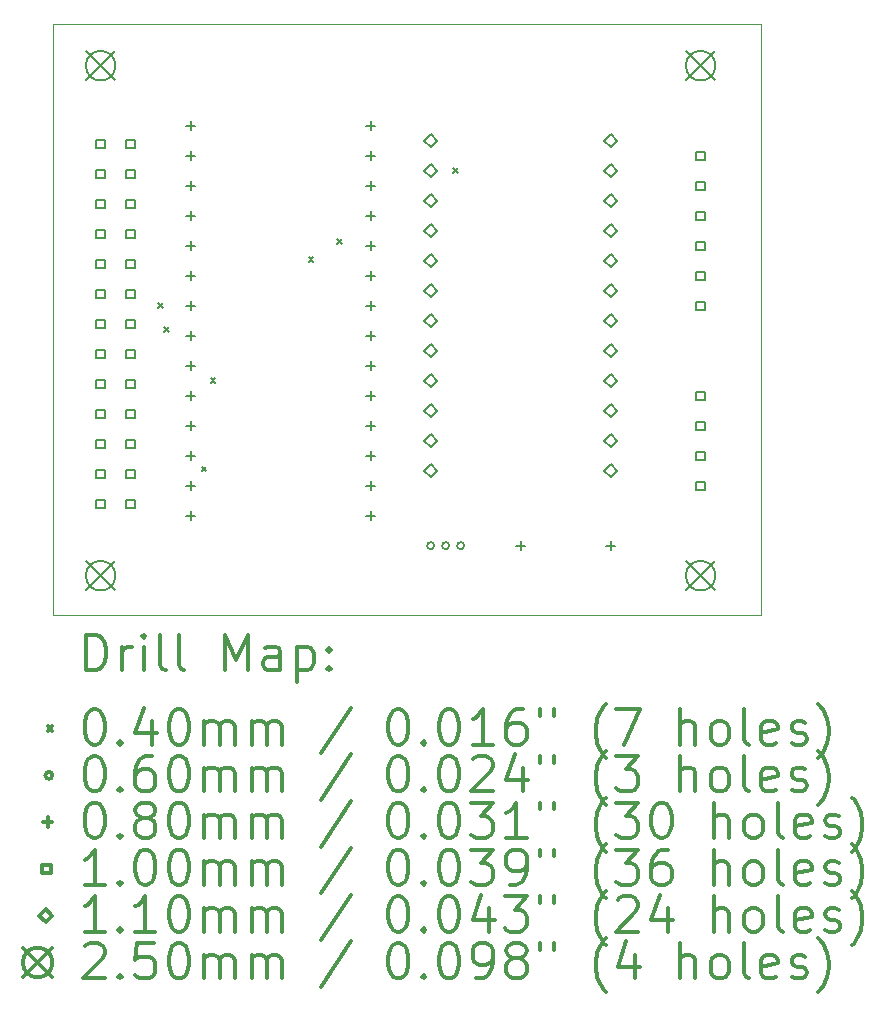
<source format=gbr>
%FSLAX45Y45*%
G04 Gerber Fmt 4.5, Leading zero omitted, Abs format (unit mm)*
G04 Created by KiCad (PCBNEW (5.1.6)-1) date 2021-10-09 22:23:08*
%MOMM*%
%LPD*%
G01*
G04 APERTURE LIST*
%TA.AperFunction,Profile*%
%ADD10C,0.050000*%
%TD*%
%ADD11C,0.200000*%
%ADD12C,0.300000*%
G04 APERTURE END LIST*
D10*
X15500000Y-6000000D02*
X9500000Y-6000000D01*
X15500000Y-11000000D02*
X15500000Y-6000000D01*
X9500000Y-11000000D02*
X15500000Y-11000000D01*
X9500000Y-6000000D02*
X9500000Y-11000000D01*
D11*
X10393690Y-8362000D02*
X10433690Y-8402000D01*
X10433690Y-8362000D02*
X10393690Y-8402000D01*
X10443730Y-8562960D02*
X10483730Y-8602960D01*
X10483730Y-8562960D02*
X10443730Y-8602960D01*
X10761470Y-9744540D02*
X10801470Y-9784540D01*
X10801470Y-9744540D02*
X10761470Y-9784540D01*
X10836860Y-8997000D02*
X10876860Y-9037000D01*
X10876860Y-8997000D02*
X10836860Y-9037000D01*
X11666180Y-7968710D02*
X11706180Y-8008710D01*
X11706180Y-7968710D02*
X11666180Y-8008710D01*
X11909750Y-7820110D02*
X11949750Y-7860110D01*
X11949750Y-7820110D02*
X11909750Y-7860110D01*
X12892350Y-7215940D02*
X12932350Y-7255940D01*
X12932350Y-7215940D02*
X12892350Y-7255940D01*
X12730000Y-10414000D02*
G75*
G03*
X12730000Y-10414000I-30000J0D01*
G01*
X12857000Y-10414000D02*
G75*
G03*
X12857000Y-10414000I-30000J0D01*
G01*
X12984000Y-10414000D02*
G75*
G03*
X12984000Y-10414000I-30000J0D01*
G01*
X10668000Y-6818000D02*
X10668000Y-6898000D01*
X10628000Y-6858000D02*
X10708000Y-6858000D01*
X10668000Y-7072000D02*
X10668000Y-7152000D01*
X10628000Y-7112000D02*
X10708000Y-7112000D01*
X10668000Y-7326000D02*
X10668000Y-7406000D01*
X10628000Y-7366000D02*
X10708000Y-7366000D01*
X10668000Y-7580000D02*
X10668000Y-7660000D01*
X10628000Y-7620000D02*
X10708000Y-7620000D01*
X10668000Y-7834000D02*
X10668000Y-7914000D01*
X10628000Y-7874000D02*
X10708000Y-7874000D01*
X10668000Y-8088000D02*
X10668000Y-8168000D01*
X10628000Y-8128000D02*
X10708000Y-8128000D01*
X10668000Y-8342000D02*
X10668000Y-8422000D01*
X10628000Y-8382000D02*
X10708000Y-8382000D01*
X10668000Y-8596000D02*
X10668000Y-8676000D01*
X10628000Y-8636000D02*
X10708000Y-8636000D01*
X10668000Y-8850000D02*
X10668000Y-8930000D01*
X10628000Y-8890000D02*
X10708000Y-8890000D01*
X10668000Y-9104000D02*
X10668000Y-9184000D01*
X10628000Y-9144000D02*
X10708000Y-9144000D01*
X10668000Y-9358000D02*
X10668000Y-9438000D01*
X10628000Y-9398000D02*
X10708000Y-9398000D01*
X10668000Y-9612000D02*
X10668000Y-9692000D01*
X10628000Y-9652000D02*
X10708000Y-9652000D01*
X10668000Y-9866000D02*
X10668000Y-9946000D01*
X10628000Y-9906000D02*
X10708000Y-9906000D01*
X10668000Y-10120000D02*
X10668000Y-10200000D01*
X10628000Y-10160000D02*
X10708000Y-10160000D01*
X12192000Y-6818000D02*
X12192000Y-6898000D01*
X12152000Y-6858000D02*
X12232000Y-6858000D01*
X12192000Y-7072000D02*
X12192000Y-7152000D01*
X12152000Y-7112000D02*
X12232000Y-7112000D01*
X12192000Y-7326000D02*
X12192000Y-7406000D01*
X12152000Y-7366000D02*
X12232000Y-7366000D01*
X12192000Y-7580000D02*
X12192000Y-7660000D01*
X12152000Y-7620000D02*
X12232000Y-7620000D01*
X12192000Y-7834000D02*
X12192000Y-7914000D01*
X12152000Y-7874000D02*
X12232000Y-7874000D01*
X12192000Y-8088000D02*
X12192000Y-8168000D01*
X12152000Y-8128000D02*
X12232000Y-8128000D01*
X12192000Y-8342000D02*
X12192000Y-8422000D01*
X12152000Y-8382000D02*
X12232000Y-8382000D01*
X12192000Y-8596000D02*
X12192000Y-8676000D01*
X12152000Y-8636000D02*
X12232000Y-8636000D01*
X12192000Y-8850000D02*
X12192000Y-8930000D01*
X12152000Y-8890000D02*
X12232000Y-8890000D01*
X12192000Y-9104000D02*
X12192000Y-9184000D01*
X12152000Y-9144000D02*
X12232000Y-9144000D01*
X12192000Y-9358000D02*
X12192000Y-9438000D01*
X12152000Y-9398000D02*
X12232000Y-9398000D01*
X12192000Y-9612000D02*
X12192000Y-9692000D01*
X12152000Y-9652000D02*
X12232000Y-9652000D01*
X12192000Y-9866000D02*
X12192000Y-9946000D01*
X12152000Y-9906000D02*
X12232000Y-9906000D01*
X12192000Y-10120000D02*
X12192000Y-10200000D01*
X12152000Y-10160000D02*
X12232000Y-10160000D01*
X13462000Y-10374000D02*
X13462000Y-10454000D01*
X13422000Y-10414000D02*
X13502000Y-10414000D01*
X14224000Y-10374000D02*
X14224000Y-10454000D01*
X14184000Y-10414000D02*
X14264000Y-10414000D01*
X15021356Y-7147356D02*
X15021356Y-7076644D01*
X14950644Y-7076644D01*
X14950644Y-7147356D01*
X15021356Y-7147356D01*
X15021356Y-7401356D02*
X15021356Y-7330644D01*
X14950644Y-7330644D01*
X14950644Y-7401356D01*
X15021356Y-7401356D01*
X15021356Y-7655356D02*
X15021356Y-7584644D01*
X14950644Y-7584644D01*
X14950644Y-7655356D01*
X15021356Y-7655356D01*
X15021356Y-7909356D02*
X15021356Y-7838644D01*
X14950644Y-7838644D01*
X14950644Y-7909356D01*
X15021356Y-7909356D01*
X15021356Y-8163356D02*
X15021356Y-8092644D01*
X14950644Y-8092644D01*
X14950644Y-8163356D01*
X15021356Y-8163356D01*
X15021356Y-8417356D02*
X15021356Y-8346644D01*
X14950644Y-8346644D01*
X14950644Y-8417356D01*
X15021356Y-8417356D01*
X9941356Y-7045756D02*
X9941356Y-6975044D01*
X9870644Y-6975044D01*
X9870644Y-7045756D01*
X9941356Y-7045756D01*
X9941356Y-7299756D02*
X9941356Y-7229044D01*
X9870644Y-7229044D01*
X9870644Y-7299756D01*
X9941356Y-7299756D01*
X9941356Y-7553756D02*
X9941356Y-7483044D01*
X9870644Y-7483044D01*
X9870644Y-7553756D01*
X9941356Y-7553756D01*
X9941356Y-7807756D02*
X9941356Y-7737044D01*
X9870644Y-7737044D01*
X9870644Y-7807756D01*
X9941356Y-7807756D01*
X9941356Y-8061756D02*
X9941356Y-7991044D01*
X9870644Y-7991044D01*
X9870644Y-8061756D01*
X9941356Y-8061756D01*
X9941356Y-8315756D02*
X9941356Y-8245044D01*
X9870644Y-8245044D01*
X9870644Y-8315756D01*
X9941356Y-8315756D01*
X9941356Y-8569756D02*
X9941356Y-8499044D01*
X9870644Y-8499044D01*
X9870644Y-8569756D01*
X9941356Y-8569756D01*
X9941356Y-8823756D02*
X9941356Y-8753044D01*
X9870644Y-8753044D01*
X9870644Y-8823756D01*
X9941356Y-8823756D01*
X9941356Y-9077756D02*
X9941356Y-9007044D01*
X9870644Y-9007044D01*
X9870644Y-9077756D01*
X9941356Y-9077756D01*
X9941356Y-9331756D02*
X9941356Y-9261044D01*
X9870644Y-9261044D01*
X9870644Y-9331756D01*
X9941356Y-9331756D01*
X9941356Y-9585756D02*
X9941356Y-9515044D01*
X9870644Y-9515044D01*
X9870644Y-9585756D01*
X9941356Y-9585756D01*
X9941356Y-9839756D02*
X9941356Y-9769044D01*
X9870644Y-9769044D01*
X9870644Y-9839756D01*
X9941356Y-9839756D01*
X9941356Y-10093756D02*
X9941356Y-10023044D01*
X9870644Y-10023044D01*
X9870644Y-10093756D01*
X9941356Y-10093756D01*
X10195356Y-7045756D02*
X10195356Y-6975044D01*
X10124644Y-6975044D01*
X10124644Y-7045756D01*
X10195356Y-7045756D01*
X10195356Y-7299756D02*
X10195356Y-7229044D01*
X10124644Y-7229044D01*
X10124644Y-7299756D01*
X10195356Y-7299756D01*
X10195356Y-7553756D02*
X10195356Y-7483044D01*
X10124644Y-7483044D01*
X10124644Y-7553756D01*
X10195356Y-7553756D01*
X10195356Y-7807756D02*
X10195356Y-7737044D01*
X10124644Y-7737044D01*
X10124644Y-7807756D01*
X10195356Y-7807756D01*
X10195356Y-8061756D02*
X10195356Y-7991044D01*
X10124644Y-7991044D01*
X10124644Y-8061756D01*
X10195356Y-8061756D01*
X10195356Y-8315756D02*
X10195356Y-8245044D01*
X10124644Y-8245044D01*
X10124644Y-8315756D01*
X10195356Y-8315756D01*
X10195356Y-8569756D02*
X10195356Y-8499044D01*
X10124644Y-8499044D01*
X10124644Y-8569756D01*
X10195356Y-8569756D01*
X10195356Y-8823756D02*
X10195356Y-8753044D01*
X10124644Y-8753044D01*
X10124644Y-8823756D01*
X10195356Y-8823756D01*
X10195356Y-9077756D02*
X10195356Y-9007044D01*
X10124644Y-9007044D01*
X10124644Y-9077756D01*
X10195356Y-9077756D01*
X10195356Y-9331756D02*
X10195356Y-9261044D01*
X10124644Y-9261044D01*
X10124644Y-9331756D01*
X10195356Y-9331756D01*
X10195356Y-9585756D02*
X10195356Y-9515044D01*
X10124644Y-9515044D01*
X10124644Y-9585756D01*
X10195356Y-9585756D01*
X10195356Y-9839756D02*
X10195356Y-9769044D01*
X10124644Y-9769044D01*
X10124644Y-9839756D01*
X10195356Y-9839756D01*
X10195356Y-10093756D02*
X10195356Y-10023044D01*
X10124644Y-10023044D01*
X10124644Y-10093756D01*
X10195356Y-10093756D01*
X15021356Y-9179356D02*
X15021356Y-9108644D01*
X14950644Y-9108644D01*
X14950644Y-9179356D01*
X15021356Y-9179356D01*
X15021356Y-9433356D02*
X15021356Y-9362644D01*
X14950644Y-9362644D01*
X14950644Y-9433356D01*
X15021356Y-9433356D01*
X15021356Y-9687356D02*
X15021356Y-9616644D01*
X14950644Y-9616644D01*
X14950644Y-9687356D01*
X15021356Y-9687356D01*
X15021356Y-9941356D02*
X15021356Y-9870644D01*
X14950644Y-9870644D01*
X14950644Y-9941356D01*
X15021356Y-9941356D01*
X12700000Y-7040000D02*
X12755000Y-6985000D01*
X12700000Y-6930000D01*
X12645000Y-6985000D01*
X12700000Y-7040000D01*
X12700000Y-7294000D02*
X12755000Y-7239000D01*
X12700000Y-7184000D01*
X12645000Y-7239000D01*
X12700000Y-7294000D01*
X12700000Y-7548000D02*
X12755000Y-7493000D01*
X12700000Y-7438000D01*
X12645000Y-7493000D01*
X12700000Y-7548000D01*
X12700000Y-7802000D02*
X12755000Y-7747000D01*
X12700000Y-7692000D01*
X12645000Y-7747000D01*
X12700000Y-7802000D01*
X12700000Y-8056000D02*
X12755000Y-8001000D01*
X12700000Y-7946000D01*
X12645000Y-8001000D01*
X12700000Y-8056000D01*
X12700000Y-8310000D02*
X12755000Y-8255000D01*
X12700000Y-8200000D01*
X12645000Y-8255000D01*
X12700000Y-8310000D01*
X12700000Y-8564000D02*
X12755000Y-8509000D01*
X12700000Y-8454000D01*
X12645000Y-8509000D01*
X12700000Y-8564000D01*
X12700000Y-8818000D02*
X12755000Y-8763000D01*
X12700000Y-8708000D01*
X12645000Y-8763000D01*
X12700000Y-8818000D01*
X12700000Y-9072000D02*
X12755000Y-9017000D01*
X12700000Y-8962000D01*
X12645000Y-9017000D01*
X12700000Y-9072000D01*
X12700000Y-9326000D02*
X12755000Y-9271000D01*
X12700000Y-9216000D01*
X12645000Y-9271000D01*
X12700000Y-9326000D01*
X12700000Y-9580000D02*
X12755000Y-9525000D01*
X12700000Y-9470000D01*
X12645000Y-9525000D01*
X12700000Y-9580000D01*
X12700000Y-9834000D02*
X12755000Y-9779000D01*
X12700000Y-9724000D01*
X12645000Y-9779000D01*
X12700000Y-9834000D01*
X14224000Y-7040000D02*
X14279000Y-6985000D01*
X14224000Y-6930000D01*
X14169000Y-6985000D01*
X14224000Y-7040000D01*
X14224000Y-7294000D02*
X14279000Y-7239000D01*
X14224000Y-7184000D01*
X14169000Y-7239000D01*
X14224000Y-7294000D01*
X14224000Y-7548000D02*
X14279000Y-7493000D01*
X14224000Y-7438000D01*
X14169000Y-7493000D01*
X14224000Y-7548000D01*
X14224000Y-7802000D02*
X14279000Y-7747000D01*
X14224000Y-7692000D01*
X14169000Y-7747000D01*
X14224000Y-7802000D01*
X14224000Y-8056000D02*
X14279000Y-8001000D01*
X14224000Y-7946000D01*
X14169000Y-8001000D01*
X14224000Y-8056000D01*
X14224000Y-8310000D02*
X14279000Y-8255000D01*
X14224000Y-8200000D01*
X14169000Y-8255000D01*
X14224000Y-8310000D01*
X14224000Y-8564000D02*
X14279000Y-8509000D01*
X14224000Y-8454000D01*
X14169000Y-8509000D01*
X14224000Y-8564000D01*
X14224000Y-8818000D02*
X14279000Y-8763000D01*
X14224000Y-8708000D01*
X14169000Y-8763000D01*
X14224000Y-8818000D01*
X14224000Y-9072000D02*
X14279000Y-9017000D01*
X14224000Y-8962000D01*
X14169000Y-9017000D01*
X14224000Y-9072000D01*
X14224000Y-9326000D02*
X14279000Y-9271000D01*
X14224000Y-9216000D01*
X14169000Y-9271000D01*
X14224000Y-9326000D01*
X14224000Y-9580000D02*
X14279000Y-9525000D01*
X14224000Y-9470000D01*
X14169000Y-9525000D01*
X14224000Y-9580000D01*
X14224000Y-9834000D02*
X14279000Y-9779000D01*
X14224000Y-9724000D01*
X14169000Y-9779000D01*
X14224000Y-9834000D01*
X14861000Y-6225000D02*
X15111000Y-6475000D01*
X15111000Y-6225000D02*
X14861000Y-6475000D01*
X15111000Y-6350000D02*
G75*
G03*
X15111000Y-6350000I-125000J0D01*
G01*
X9781000Y-10543000D02*
X10031000Y-10793000D01*
X10031000Y-10543000D02*
X9781000Y-10793000D01*
X10031000Y-10668000D02*
G75*
G03*
X10031000Y-10668000I-125000J0D01*
G01*
X9781000Y-6225000D02*
X10031000Y-6475000D01*
X10031000Y-6225000D02*
X9781000Y-6475000D01*
X10031000Y-6350000D02*
G75*
G03*
X10031000Y-6350000I-125000J0D01*
G01*
X14861000Y-10543000D02*
X15111000Y-10793000D01*
X15111000Y-10543000D02*
X14861000Y-10793000D01*
X15111000Y-10668000D02*
G75*
G03*
X15111000Y-10668000I-125000J0D01*
G01*
D12*
X9783928Y-11468214D02*
X9783928Y-11168214D01*
X9855357Y-11168214D01*
X9898214Y-11182500D01*
X9926786Y-11211071D01*
X9941071Y-11239643D01*
X9955357Y-11296786D01*
X9955357Y-11339643D01*
X9941071Y-11396786D01*
X9926786Y-11425357D01*
X9898214Y-11453929D01*
X9855357Y-11468214D01*
X9783928Y-11468214D01*
X10083928Y-11468214D02*
X10083928Y-11268214D01*
X10083928Y-11325357D02*
X10098214Y-11296786D01*
X10112500Y-11282500D01*
X10141071Y-11268214D01*
X10169643Y-11268214D01*
X10269643Y-11468214D02*
X10269643Y-11268214D01*
X10269643Y-11168214D02*
X10255357Y-11182500D01*
X10269643Y-11196786D01*
X10283928Y-11182500D01*
X10269643Y-11168214D01*
X10269643Y-11196786D01*
X10455357Y-11468214D02*
X10426786Y-11453929D01*
X10412500Y-11425357D01*
X10412500Y-11168214D01*
X10612500Y-11468214D02*
X10583928Y-11453929D01*
X10569643Y-11425357D01*
X10569643Y-11168214D01*
X10955357Y-11468214D02*
X10955357Y-11168214D01*
X11055357Y-11382500D01*
X11155357Y-11168214D01*
X11155357Y-11468214D01*
X11426786Y-11468214D02*
X11426786Y-11311071D01*
X11412500Y-11282500D01*
X11383928Y-11268214D01*
X11326786Y-11268214D01*
X11298214Y-11282500D01*
X11426786Y-11453929D02*
X11398214Y-11468214D01*
X11326786Y-11468214D01*
X11298214Y-11453929D01*
X11283928Y-11425357D01*
X11283928Y-11396786D01*
X11298214Y-11368214D01*
X11326786Y-11353929D01*
X11398214Y-11353929D01*
X11426786Y-11339643D01*
X11569643Y-11268214D02*
X11569643Y-11568214D01*
X11569643Y-11282500D02*
X11598214Y-11268214D01*
X11655357Y-11268214D01*
X11683928Y-11282500D01*
X11698214Y-11296786D01*
X11712500Y-11325357D01*
X11712500Y-11411071D01*
X11698214Y-11439643D01*
X11683928Y-11453929D01*
X11655357Y-11468214D01*
X11598214Y-11468214D01*
X11569643Y-11453929D01*
X11841071Y-11439643D02*
X11855357Y-11453929D01*
X11841071Y-11468214D01*
X11826786Y-11453929D01*
X11841071Y-11439643D01*
X11841071Y-11468214D01*
X11841071Y-11282500D02*
X11855357Y-11296786D01*
X11841071Y-11311071D01*
X11826786Y-11296786D01*
X11841071Y-11282500D01*
X11841071Y-11311071D01*
X9457500Y-11942500D02*
X9497500Y-11982500D01*
X9497500Y-11942500D02*
X9457500Y-11982500D01*
X9841071Y-11798214D02*
X9869643Y-11798214D01*
X9898214Y-11812500D01*
X9912500Y-11826786D01*
X9926786Y-11855357D01*
X9941071Y-11912500D01*
X9941071Y-11983929D01*
X9926786Y-12041071D01*
X9912500Y-12069643D01*
X9898214Y-12083929D01*
X9869643Y-12098214D01*
X9841071Y-12098214D01*
X9812500Y-12083929D01*
X9798214Y-12069643D01*
X9783928Y-12041071D01*
X9769643Y-11983929D01*
X9769643Y-11912500D01*
X9783928Y-11855357D01*
X9798214Y-11826786D01*
X9812500Y-11812500D01*
X9841071Y-11798214D01*
X10069643Y-12069643D02*
X10083928Y-12083929D01*
X10069643Y-12098214D01*
X10055357Y-12083929D01*
X10069643Y-12069643D01*
X10069643Y-12098214D01*
X10341071Y-11898214D02*
X10341071Y-12098214D01*
X10269643Y-11783929D02*
X10198214Y-11998214D01*
X10383928Y-11998214D01*
X10555357Y-11798214D02*
X10583928Y-11798214D01*
X10612500Y-11812500D01*
X10626786Y-11826786D01*
X10641071Y-11855357D01*
X10655357Y-11912500D01*
X10655357Y-11983929D01*
X10641071Y-12041071D01*
X10626786Y-12069643D01*
X10612500Y-12083929D01*
X10583928Y-12098214D01*
X10555357Y-12098214D01*
X10526786Y-12083929D01*
X10512500Y-12069643D01*
X10498214Y-12041071D01*
X10483928Y-11983929D01*
X10483928Y-11912500D01*
X10498214Y-11855357D01*
X10512500Y-11826786D01*
X10526786Y-11812500D01*
X10555357Y-11798214D01*
X10783928Y-12098214D02*
X10783928Y-11898214D01*
X10783928Y-11926786D02*
X10798214Y-11912500D01*
X10826786Y-11898214D01*
X10869643Y-11898214D01*
X10898214Y-11912500D01*
X10912500Y-11941071D01*
X10912500Y-12098214D01*
X10912500Y-11941071D02*
X10926786Y-11912500D01*
X10955357Y-11898214D01*
X10998214Y-11898214D01*
X11026786Y-11912500D01*
X11041071Y-11941071D01*
X11041071Y-12098214D01*
X11183928Y-12098214D02*
X11183928Y-11898214D01*
X11183928Y-11926786D02*
X11198214Y-11912500D01*
X11226786Y-11898214D01*
X11269643Y-11898214D01*
X11298214Y-11912500D01*
X11312500Y-11941071D01*
X11312500Y-12098214D01*
X11312500Y-11941071D02*
X11326786Y-11912500D01*
X11355357Y-11898214D01*
X11398214Y-11898214D01*
X11426786Y-11912500D01*
X11441071Y-11941071D01*
X11441071Y-12098214D01*
X12026786Y-11783929D02*
X11769643Y-12169643D01*
X12412500Y-11798214D02*
X12441071Y-11798214D01*
X12469643Y-11812500D01*
X12483928Y-11826786D01*
X12498214Y-11855357D01*
X12512500Y-11912500D01*
X12512500Y-11983929D01*
X12498214Y-12041071D01*
X12483928Y-12069643D01*
X12469643Y-12083929D01*
X12441071Y-12098214D01*
X12412500Y-12098214D01*
X12383928Y-12083929D01*
X12369643Y-12069643D01*
X12355357Y-12041071D01*
X12341071Y-11983929D01*
X12341071Y-11912500D01*
X12355357Y-11855357D01*
X12369643Y-11826786D01*
X12383928Y-11812500D01*
X12412500Y-11798214D01*
X12641071Y-12069643D02*
X12655357Y-12083929D01*
X12641071Y-12098214D01*
X12626786Y-12083929D01*
X12641071Y-12069643D01*
X12641071Y-12098214D01*
X12841071Y-11798214D02*
X12869643Y-11798214D01*
X12898214Y-11812500D01*
X12912500Y-11826786D01*
X12926786Y-11855357D01*
X12941071Y-11912500D01*
X12941071Y-11983929D01*
X12926786Y-12041071D01*
X12912500Y-12069643D01*
X12898214Y-12083929D01*
X12869643Y-12098214D01*
X12841071Y-12098214D01*
X12812500Y-12083929D01*
X12798214Y-12069643D01*
X12783928Y-12041071D01*
X12769643Y-11983929D01*
X12769643Y-11912500D01*
X12783928Y-11855357D01*
X12798214Y-11826786D01*
X12812500Y-11812500D01*
X12841071Y-11798214D01*
X13226786Y-12098214D02*
X13055357Y-12098214D01*
X13141071Y-12098214D02*
X13141071Y-11798214D01*
X13112500Y-11841071D01*
X13083928Y-11869643D01*
X13055357Y-11883929D01*
X13483928Y-11798214D02*
X13426786Y-11798214D01*
X13398214Y-11812500D01*
X13383928Y-11826786D01*
X13355357Y-11869643D01*
X13341071Y-11926786D01*
X13341071Y-12041071D01*
X13355357Y-12069643D01*
X13369643Y-12083929D01*
X13398214Y-12098214D01*
X13455357Y-12098214D01*
X13483928Y-12083929D01*
X13498214Y-12069643D01*
X13512500Y-12041071D01*
X13512500Y-11969643D01*
X13498214Y-11941071D01*
X13483928Y-11926786D01*
X13455357Y-11912500D01*
X13398214Y-11912500D01*
X13369643Y-11926786D01*
X13355357Y-11941071D01*
X13341071Y-11969643D01*
X13626786Y-11798214D02*
X13626786Y-11855357D01*
X13741071Y-11798214D02*
X13741071Y-11855357D01*
X14183928Y-12212500D02*
X14169643Y-12198214D01*
X14141071Y-12155357D01*
X14126786Y-12126786D01*
X14112500Y-12083929D01*
X14098214Y-12012500D01*
X14098214Y-11955357D01*
X14112500Y-11883929D01*
X14126786Y-11841071D01*
X14141071Y-11812500D01*
X14169643Y-11769643D01*
X14183928Y-11755357D01*
X14269643Y-11798214D02*
X14469643Y-11798214D01*
X14341071Y-12098214D01*
X14812500Y-12098214D02*
X14812500Y-11798214D01*
X14941071Y-12098214D02*
X14941071Y-11941071D01*
X14926786Y-11912500D01*
X14898214Y-11898214D01*
X14855357Y-11898214D01*
X14826786Y-11912500D01*
X14812500Y-11926786D01*
X15126786Y-12098214D02*
X15098214Y-12083929D01*
X15083928Y-12069643D01*
X15069643Y-12041071D01*
X15069643Y-11955357D01*
X15083928Y-11926786D01*
X15098214Y-11912500D01*
X15126786Y-11898214D01*
X15169643Y-11898214D01*
X15198214Y-11912500D01*
X15212500Y-11926786D01*
X15226786Y-11955357D01*
X15226786Y-12041071D01*
X15212500Y-12069643D01*
X15198214Y-12083929D01*
X15169643Y-12098214D01*
X15126786Y-12098214D01*
X15398214Y-12098214D02*
X15369643Y-12083929D01*
X15355357Y-12055357D01*
X15355357Y-11798214D01*
X15626786Y-12083929D02*
X15598214Y-12098214D01*
X15541071Y-12098214D01*
X15512500Y-12083929D01*
X15498214Y-12055357D01*
X15498214Y-11941071D01*
X15512500Y-11912500D01*
X15541071Y-11898214D01*
X15598214Y-11898214D01*
X15626786Y-11912500D01*
X15641071Y-11941071D01*
X15641071Y-11969643D01*
X15498214Y-11998214D01*
X15755357Y-12083929D02*
X15783928Y-12098214D01*
X15841071Y-12098214D01*
X15869643Y-12083929D01*
X15883928Y-12055357D01*
X15883928Y-12041071D01*
X15869643Y-12012500D01*
X15841071Y-11998214D01*
X15798214Y-11998214D01*
X15769643Y-11983929D01*
X15755357Y-11955357D01*
X15755357Y-11941071D01*
X15769643Y-11912500D01*
X15798214Y-11898214D01*
X15841071Y-11898214D01*
X15869643Y-11912500D01*
X15983928Y-12212500D02*
X15998214Y-12198214D01*
X16026786Y-12155357D01*
X16041071Y-12126786D01*
X16055357Y-12083929D01*
X16069643Y-12012500D01*
X16069643Y-11955357D01*
X16055357Y-11883929D01*
X16041071Y-11841071D01*
X16026786Y-11812500D01*
X15998214Y-11769643D01*
X15983928Y-11755357D01*
X9497500Y-12358500D02*
G75*
G03*
X9497500Y-12358500I-30000J0D01*
G01*
X9841071Y-12194214D02*
X9869643Y-12194214D01*
X9898214Y-12208500D01*
X9912500Y-12222786D01*
X9926786Y-12251357D01*
X9941071Y-12308500D01*
X9941071Y-12379929D01*
X9926786Y-12437071D01*
X9912500Y-12465643D01*
X9898214Y-12479929D01*
X9869643Y-12494214D01*
X9841071Y-12494214D01*
X9812500Y-12479929D01*
X9798214Y-12465643D01*
X9783928Y-12437071D01*
X9769643Y-12379929D01*
X9769643Y-12308500D01*
X9783928Y-12251357D01*
X9798214Y-12222786D01*
X9812500Y-12208500D01*
X9841071Y-12194214D01*
X10069643Y-12465643D02*
X10083928Y-12479929D01*
X10069643Y-12494214D01*
X10055357Y-12479929D01*
X10069643Y-12465643D01*
X10069643Y-12494214D01*
X10341071Y-12194214D02*
X10283928Y-12194214D01*
X10255357Y-12208500D01*
X10241071Y-12222786D01*
X10212500Y-12265643D01*
X10198214Y-12322786D01*
X10198214Y-12437071D01*
X10212500Y-12465643D01*
X10226786Y-12479929D01*
X10255357Y-12494214D01*
X10312500Y-12494214D01*
X10341071Y-12479929D01*
X10355357Y-12465643D01*
X10369643Y-12437071D01*
X10369643Y-12365643D01*
X10355357Y-12337071D01*
X10341071Y-12322786D01*
X10312500Y-12308500D01*
X10255357Y-12308500D01*
X10226786Y-12322786D01*
X10212500Y-12337071D01*
X10198214Y-12365643D01*
X10555357Y-12194214D02*
X10583928Y-12194214D01*
X10612500Y-12208500D01*
X10626786Y-12222786D01*
X10641071Y-12251357D01*
X10655357Y-12308500D01*
X10655357Y-12379929D01*
X10641071Y-12437071D01*
X10626786Y-12465643D01*
X10612500Y-12479929D01*
X10583928Y-12494214D01*
X10555357Y-12494214D01*
X10526786Y-12479929D01*
X10512500Y-12465643D01*
X10498214Y-12437071D01*
X10483928Y-12379929D01*
X10483928Y-12308500D01*
X10498214Y-12251357D01*
X10512500Y-12222786D01*
X10526786Y-12208500D01*
X10555357Y-12194214D01*
X10783928Y-12494214D02*
X10783928Y-12294214D01*
X10783928Y-12322786D02*
X10798214Y-12308500D01*
X10826786Y-12294214D01*
X10869643Y-12294214D01*
X10898214Y-12308500D01*
X10912500Y-12337071D01*
X10912500Y-12494214D01*
X10912500Y-12337071D02*
X10926786Y-12308500D01*
X10955357Y-12294214D01*
X10998214Y-12294214D01*
X11026786Y-12308500D01*
X11041071Y-12337071D01*
X11041071Y-12494214D01*
X11183928Y-12494214D02*
X11183928Y-12294214D01*
X11183928Y-12322786D02*
X11198214Y-12308500D01*
X11226786Y-12294214D01*
X11269643Y-12294214D01*
X11298214Y-12308500D01*
X11312500Y-12337071D01*
X11312500Y-12494214D01*
X11312500Y-12337071D02*
X11326786Y-12308500D01*
X11355357Y-12294214D01*
X11398214Y-12294214D01*
X11426786Y-12308500D01*
X11441071Y-12337071D01*
X11441071Y-12494214D01*
X12026786Y-12179929D02*
X11769643Y-12565643D01*
X12412500Y-12194214D02*
X12441071Y-12194214D01*
X12469643Y-12208500D01*
X12483928Y-12222786D01*
X12498214Y-12251357D01*
X12512500Y-12308500D01*
X12512500Y-12379929D01*
X12498214Y-12437071D01*
X12483928Y-12465643D01*
X12469643Y-12479929D01*
X12441071Y-12494214D01*
X12412500Y-12494214D01*
X12383928Y-12479929D01*
X12369643Y-12465643D01*
X12355357Y-12437071D01*
X12341071Y-12379929D01*
X12341071Y-12308500D01*
X12355357Y-12251357D01*
X12369643Y-12222786D01*
X12383928Y-12208500D01*
X12412500Y-12194214D01*
X12641071Y-12465643D02*
X12655357Y-12479929D01*
X12641071Y-12494214D01*
X12626786Y-12479929D01*
X12641071Y-12465643D01*
X12641071Y-12494214D01*
X12841071Y-12194214D02*
X12869643Y-12194214D01*
X12898214Y-12208500D01*
X12912500Y-12222786D01*
X12926786Y-12251357D01*
X12941071Y-12308500D01*
X12941071Y-12379929D01*
X12926786Y-12437071D01*
X12912500Y-12465643D01*
X12898214Y-12479929D01*
X12869643Y-12494214D01*
X12841071Y-12494214D01*
X12812500Y-12479929D01*
X12798214Y-12465643D01*
X12783928Y-12437071D01*
X12769643Y-12379929D01*
X12769643Y-12308500D01*
X12783928Y-12251357D01*
X12798214Y-12222786D01*
X12812500Y-12208500D01*
X12841071Y-12194214D01*
X13055357Y-12222786D02*
X13069643Y-12208500D01*
X13098214Y-12194214D01*
X13169643Y-12194214D01*
X13198214Y-12208500D01*
X13212500Y-12222786D01*
X13226786Y-12251357D01*
X13226786Y-12279929D01*
X13212500Y-12322786D01*
X13041071Y-12494214D01*
X13226786Y-12494214D01*
X13483928Y-12294214D02*
X13483928Y-12494214D01*
X13412500Y-12179929D02*
X13341071Y-12394214D01*
X13526786Y-12394214D01*
X13626786Y-12194214D02*
X13626786Y-12251357D01*
X13741071Y-12194214D02*
X13741071Y-12251357D01*
X14183928Y-12608500D02*
X14169643Y-12594214D01*
X14141071Y-12551357D01*
X14126786Y-12522786D01*
X14112500Y-12479929D01*
X14098214Y-12408500D01*
X14098214Y-12351357D01*
X14112500Y-12279929D01*
X14126786Y-12237071D01*
X14141071Y-12208500D01*
X14169643Y-12165643D01*
X14183928Y-12151357D01*
X14269643Y-12194214D02*
X14455357Y-12194214D01*
X14355357Y-12308500D01*
X14398214Y-12308500D01*
X14426786Y-12322786D01*
X14441071Y-12337071D01*
X14455357Y-12365643D01*
X14455357Y-12437071D01*
X14441071Y-12465643D01*
X14426786Y-12479929D01*
X14398214Y-12494214D01*
X14312500Y-12494214D01*
X14283928Y-12479929D01*
X14269643Y-12465643D01*
X14812500Y-12494214D02*
X14812500Y-12194214D01*
X14941071Y-12494214D02*
X14941071Y-12337071D01*
X14926786Y-12308500D01*
X14898214Y-12294214D01*
X14855357Y-12294214D01*
X14826786Y-12308500D01*
X14812500Y-12322786D01*
X15126786Y-12494214D02*
X15098214Y-12479929D01*
X15083928Y-12465643D01*
X15069643Y-12437071D01*
X15069643Y-12351357D01*
X15083928Y-12322786D01*
X15098214Y-12308500D01*
X15126786Y-12294214D01*
X15169643Y-12294214D01*
X15198214Y-12308500D01*
X15212500Y-12322786D01*
X15226786Y-12351357D01*
X15226786Y-12437071D01*
X15212500Y-12465643D01*
X15198214Y-12479929D01*
X15169643Y-12494214D01*
X15126786Y-12494214D01*
X15398214Y-12494214D02*
X15369643Y-12479929D01*
X15355357Y-12451357D01*
X15355357Y-12194214D01*
X15626786Y-12479929D02*
X15598214Y-12494214D01*
X15541071Y-12494214D01*
X15512500Y-12479929D01*
X15498214Y-12451357D01*
X15498214Y-12337071D01*
X15512500Y-12308500D01*
X15541071Y-12294214D01*
X15598214Y-12294214D01*
X15626786Y-12308500D01*
X15641071Y-12337071D01*
X15641071Y-12365643D01*
X15498214Y-12394214D01*
X15755357Y-12479929D02*
X15783928Y-12494214D01*
X15841071Y-12494214D01*
X15869643Y-12479929D01*
X15883928Y-12451357D01*
X15883928Y-12437071D01*
X15869643Y-12408500D01*
X15841071Y-12394214D01*
X15798214Y-12394214D01*
X15769643Y-12379929D01*
X15755357Y-12351357D01*
X15755357Y-12337071D01*
X15769643Y-12308500D01*
X15798214Y-12294214D01*
X15841071Y-12294214D01*
X15869643Y-12308500D01*
X15983928Y-12608500D02*
X15998214Y-12594214D01*
X16026786Y-12551357D01*
X16041071Y-12522786D01*
X16055357Y-12479929D01*
X16069643Y-12408500D01*
X16069643Y-12351357D01*
X16055357Y-12279929D01*
X16041071Y-12237071D01*
X16026786Y-12208500D01*
X15998214Y-12165643D01*
X15983928Y-12151357D01*
X9457500Y-12714500D02*
X9457500Y-12794500D01*
X9417500Y-12754500D02*
X9497500Y-12754500D01*
X9841071Y-12590214D02*
X9869643Y-12590214D01*
X9898214Y-12604500D01*
X9912500Y-12618786D01*
X9926786Y-12647357D01*
X9941071Y-12704500D01*
X9941071Y-12775929D01*
X9926786Y-12833071D01*
X9912500Y-12861643D01*
X9898214Y-12875929D01*
X9869643Y-12890214D01*
X9841071Y-12890214D01*
X9812500Y-12875929D01*
X9798214Y-12861643D01*
X9783928Y-12833071D01*
X9769643Y-12775929D01*
X9769643Y-12704500D01*
X9783928Y-12647357D01*
X9798214Y-12618786D01*
X9812500Y-12604500D01*
X9841071Y-12590214D01*
X10069643Y-12861643D02*
X10083928Y-12875929D01*
X10069643Y-12890214D01*
X10055357Y-12875929D01*
X10069643Y-12861643D01*
X10069643Y-12890214D01*
X10255357Y-12718786D02*
X10226786Y-12704500D01*
X10212500Y-12690214D01*
X10198214Y-12661643D01*
X10198214Y-12647357D01*
X10212500Y-12618786D01*
X10226786Y-12604500D01*
X10255357Y-12590214D01*
X10312500Y-12590214D01*
X10341071Y-12604500D01*
X10355357Y-12618786D01*
X10369643Y-12647357D01*
X10369643Y-12661643D01*
X10355357Y-12690214D01*
X10341071Y-12704500D01*
X10312500Y-12718786D01*
X10255357Y-12718786D01*
X10226786Y-12733071D01*
X10212500Y-12747357D01*
X10198214Y-12775929D01*
X10198214Y-12833071D01*
X10212500Y-12861643D01*
X10226786Y-12875929D01*
X10255357Y-12890214D01*
X10312500Y-12890214D01*
X10341071Y-12875929D01*
X10355357Y-12861643D01*
X10369643Y-12833071D01*
X10369643Y-12775929D01*
X10355357Y-12747357D01*
X10341071Y-12733071D01*
X10312500Y-12718786D01*
X10555357Y-12590214D02*
X10583928Y-12590214D01*
X10612500Y-12604500D01*
X10626786Y-12618786D01*
X10641071Y-12647357D01*
X10655357Y-12704500D01*
X10655357Y-12775929D01*
X10641071Y-12833071D01*
X10626786Y-12861643D01*
X10612500Y-12875929D01*
X10583928Y-12890214D01*
X10555357Y-12890214D01*
X10526786Y-12875929D01*
X10512500Y-12861643D01*
X10498214Y-12833071D01*
X10483928Y-12775929D01*
X10483928Y-12704500D01*
X10498214Y-12647357D01*
X10512500Y-12618786D01*
X10526786Y-12604500D01*
X10555357Y-12590214D01*
X10783928Y-12890214D02*
X10783928Y-12690214D01*
X10783928Y-12718786D02*
X10798214Y-12704500D01*
X10826786Y-12690214D01*
X10869643Y-12690214D01*
X10898214Y-12704500D01*
X10912500Y-12733071D01*
X10912500Y-12890214D01*
X10912500Y-12733071D02*
X10926786Y-12704500D01*
X10955357Y-12690214D01*
X10998214Y-12690214D01*
X11026786Y-12704500D01*
X11041071Y-12733071D01*
X11041071Y-12890214D01*
X11183928Y-12890214D02*
X11183928Y-12690214D01*
X11183928Y-12718786D02*
X11198214Y-12704500D01*
X11226786Y-12690214D01*
X11269643Y-12690214D01*
X11298214Y-12704500D01*
X11312500Y-12733071D01*
X11312500Y-12890214D01*
X11312500Y-12733071D02*
X11326786Y-12704500D01*
X11355357Y-12690214D01*
X11398214Y-12690214D01*
X11426786Y-12704500D01*
X11441071Y-12733071D01*
X11441071Y-12890214D01*
X12026786Y-12575929D02*
X11769643Y-12961643D01*
X12412500Y-12590214D02*
X12441071Y-12590214D01*
X12469643Y-12604500D01*
X12483928Y-12618786D01*
X12498214Y-12647357D01*
X12512500Y-12704500D01*
X12512500Y-12775929D01*
X12498214Y-12833071D01*
X12483928Y-12861643D01*
X12469643Y-12875929D01*
X12441071Y-12890214D01*
X12412500Y-12890214D01*
X12383928Y-12875929D01*
X12369643Y-12861643D01*
X12355357Y-12833071D01*
X12341071Y-12775929D01*
X12341071Y-12704500D01*
X12355357Y-12647357D01*
X12369643Y-12618786D01*
X12383928Y-12604500D01*
X12412500Y-12590214D01*
X12641071Y-12861643D02*
X12655357Y-12875929D01*
X12641071Y-12890214D01*
X12626786Y-12875929D01*
X12641071Y-12861643D01*
X12641071Y-12890214D01*
X12841071Y-12590214D02*
X12869643Y-12590214D01*
X12898214Y-12604500D01*
X12912500Y-12618786D01*
X12926786Y-12647357D01*
X12941071Y-12704500D01*
X12941071Y-12775929D01*
X12926786Y-12833071D01*
X12912500Y-12861643D01*
X12898214Y-12875929D01*
X12869643Y-12890214D01*
X12841071Y-12890214D01*
X12812500Y-12875929D01*
X12798214Y-12861643D01*
X12783928Y-12833071D01*
X12769643Y-12775929D01*
X12769643Y-12704500D01*
X12783928Y-12647357D01*
X12798214Y-12618786D01*
X12812500Y-12604500D01*
X12841071Y-12590214D01*
X13041071Y-12590214D02*
X13226786Y-12590214D01*
X13126786Y-12704500D01*
X13169643Y-12704500D01*
X13198214Y-12718786D01*
X13212500Y-12733071D01*
X13226786Y-12761643D01*
X13226786Y-12833071D01*
X13212500Y-12861643D01*
X13198214Y-12875929D01*
X13169643Y-12890214D01*
X13083928Y-12890214D01*
X13055357Y-12875929D01*
X13041071Y-12861643D01*
X13512500Y-12890214D02*
X13341071Y-12890214D01*
X13426786Y-12890214D02*
X13426786Y-12590214D01*
X13398214Y-12633071D01*
X13369643Y-12661643D01*
X13341071Y-12675929D01*
X13626786Y-12590214D02*
X13626786Y-12647357D01*
X13741071Y-12590214D02*
X13741071Y-12647357D01*
X14183928Y-13004500D02*
X14169643Y-12990214D01*
X14141071Y-12947357D01*
X14126786Y-12918786D01*
X14112500Y-12875929D01*
X14098214Y-12804500D01*
X14098214Y-12747357D01*
X14112500Y-12675929D01*
X14126786Y-12633071D01*
X14141071Y-12604500D01*
X14169643Y-12561643D01*
X14183928Y-12547357D01*
X14269643Y-12590214D02*
X14455357Y-12590214D01*
X14355357Y-12704500D01*
X14398214Y-12704500D01*
X14426786Y-12718786D01*
X14441071Y-12733071D01*
X14455357Y-12761643D01*
X14455357Y-12833071D01*
X14441071Y-12861643D01*
X14426786Y-12875929D01*
X14398214Y-12890214D01*
X14312500Y-12890214D01*
X14283928Y-12875929D01*
X14269643Y-12861643D01*
X14641071Y-12590214D02*
X14669643Y-12590214D01*
X14698214Y-12604500D01*
X14712500Y-12618786D01*
X14726786Y-12647357D01*
X14741071Y-12704500D01*
X14741071Y-12775929D01*
X14726786Y-12833071D01*
X14712500Y-12861643D01*
X14698214Y-12875929D01*
X14669643Y-12890214D01*
X14641071Y-12890214D01*
X14612500Y-12875929D01*
X14598214Y-12861643D01*
X14583928Y-12833071D01*
X14569643Y-12775929D01*
X14569643Y-12704500D01*
X14583928Y-12647357D01*
X14598214Y-12618786D01*
X14612500Y-12604500D01*
X14641071Y-12590214D01*
X15098214Y-12890214D02*
X15098214Y-12590214D01*
X15226786Y-12890214D02*
X15226786Y-12733071D01*
X15212500Y-12704500D01*
X15183928Y-12690214D01*
X15141071Y-12690214D01*
X15112500Y-12704500D01*
X15098214Y-12718786D01*
X15412500Y-12890214D02*
X15383928Y-12875929D01*
X15369643Y-12861643D01*
X15355357Y-12833071D01*
X15355357Y-12747357D01*
X15369643Y-12718786D01*
X15383928Y-12704500D01*
X15412500Y-12690214D01*
X15455357Y-12690214D01*
X15483928Y-12704500D01*
X15498214Y-12718786D01*
X15512500Y-12747357D01*
X15512500Y-12833071D01*
X15498214Y-12861643D01*
X15483928Y-12875929D01*
X15455357Y-12890214D01*
X15412500Y-12890214D01*
X15683928Y-12890214D02*
X15655357Y-12875929D01*
X15641071Y-12847357D01*
X15641071Y-12590214D01*
X15912500Y-12875929D02*
X15883928Y-12890214D01*
X15826786Y-12890214D01*
X15798214Y-12875929D01*
X15783928Y-12847357D01*
X15783928Y-12733071D01*
X15798214Y-12704500D01*
X15826786Y-12690214D01*
X15883928Y-12690214D01*
X15912500Y-12704500D01*
X15926786Y-12733071D01*
X15926786Y-12761643D01*
X15783928Y-12790214D01*
X16041071Y-12875929D02*
X16069643Y-12890214D01*
X16126786Y-12890214D01*
X16155357Y-12875929D01*
X16169643Y-12847357D01*
X16169643Y-12833071D01*
X16155357Y-12804500D01*
X16126786Y-12790214D01*
X16083928Y-12790214D01*
X16055357Y-12775929D01*
X16041071Y-12747357D01*
X16041071Y-12733071D01*
X16055357Y-12704500D01*
X16083928Y-12690214D01*
X16126786Y-12690214D01*
X16155357Y-12704500D01*
X16269643Y-13004500D02*
X16283928Y-12990214D01*
X16312500Y-12947357D01*
X16326786Y-12918786D01*
X16341071Y-12875929D01*
X16355357Y-12804500D01*
X16355357Y-12747357D01*
X16341071Y-12675929D01*
X16326786Y-12633071D01*
X16312500Y-12604500D01*
X16283928Y-12561643D01*
X16269643Y-12547357D01*
X9482856Y-13185856D02*
X9482856Y-13115144D01*
X9412144Y-13115144D01*
X9412144Y-13185856D01*
X9482856Y-13185856D01*
X9941071Y-13286214D02*
X9769643Y-13286214D01*
X9855357Y-13286214D02*
X9855357Y-12986214D01*
X9826786Y-13029071D01*
X9798214Y-13057643D01*
X9769643Y-13071929D01*
X10069643Y-13257643D02*
X10083928Y-13271929D01*
X10069643Y-13286214D01*
X10055357Y-13271929D01*
X10069643Y-13257643D01*
X10069643Y-13286214D01*
X10269643Y-12986214D02*
X10298214Y-12986214D01*
X10326786Y-13000500D01*
X10341071Y-13014786D01*
X10355357Y-13043357D01*
X10369643Y-13100500D01*
X10369643Y-13171929D01*
X10355357Y-13229071D01*
X10341071Y-13257643D01*
X10326786Y-13271929D01*
X10298214Y-13286214D01*
X10269643Y-13286214D01*
X10241071Y-13271929D01*
X10226786Y-13257643D01*
X10212500Y-13229071D01*
X10198214Y-13171929D01*
X10198214Y-13100500D01*
X10212500Y-13043357D01*
X10226786Y-13014786D01*
X10241071Y-13000500D01*
X10269643Y-12986214D01*
X10555357Y-12986214D02*
X10583928Y-12986214D01*
X10612500Y-13000500D01*
X10626786Y-13014786D01*
X10641071Y-13043357D01*
X10655357Y-13100500D01*
X10655357Y-13171929D01*
X10641071Y-13229071D01*
X10626786Y-13257643D01*
X10612500Y-13271929D01*
X10583928Y-13286214D01*
X10555357Y-13286214D01*
X10526786Y-13271929D01*
X10512500Y-13257643D01*
X10498214Y-13229071D01*
X10483928Y-13171929D01*
X10483928Y-13100500D01*
X10498214Y-13043357D01*
X10512500Y-13014786D01*
X10526786Y-13000500D01*
X10555357Y-12986214D01*
X10783928Y-13286214D02*
X10783928Y-13086214D01*
X10783928Y-13114786D02*
X10798214Y-13100500D01*
X10826786Y-13086214D01*
X10869643Y-13086214D01*
X10898214Y-13100500D01*
X10912500Y-13129071D01*
X10912500Y-13286214D01*
X10912500Y-13129071D02*
X10926786Y-13100500D01*
X10955357Y-13086214D01*
X10998214Y-13086214D01*
X11026786Y-13100500D01*
X11041071Y-13129071D01*
X11041071Y-13286214D01*
X11183928Y-13286214D02*
X11183928Y-13086214D01*
X11183928Y-13114786D02*
X11198214Y-13100500D01*
X11226786Y-13086214D01*
X11269643Y-13086214D01*
X11298214Y-13100500D01*
X11312500Y-13129071D01*
X11312500Y-13286214D01*
X11312500Y-13129071D02*
X11326786Y-13100500D01*
X11355357Y-13086214D01*
X11398214Y-13086214D01*
X11426786Y-13100500D01*
X11441071Y-13129071D01*
X11441071Y-13286214D01*
X12026786Y-12971929D02*
X11769643Y-13357643D01*
X12412500Y-12986214D02*
X12441071Y-12986214D01*
X12469643Y-13000500D01*
X12483928Y-13014786D01*
X12498214Y-13043357D01*
X12512500Y-13100500D01*
X12512500Y-13171929D01*
X12498214Y-13229071D01*
X12483928Y-13257643D01*
X12469643Y-13271929D01*
X12441071Y-13286214D01*
X12412500Y-13286214D01*
X12383928Y-13271929D01*
X12369643Y-13257643D01*
X12355357Y-13229071D01*
X12341071Y-13171929D01*
X12341071Y-13100500D01*
X12355357Y-13043357D01*
X12369643Y-13014786D01*
X12383928Y-13000500D01*
X12412500Y-12986214D01*
X12641071Y-13257643D02*
X12655357Y-13271929D01*
X12641071Y-13286214D01*
X12626786Y-13271929D01*
X12641071Y-13257643D01*
X12641071Y-13286214D01*
X12841071Y-12986214D02*
X12869643Y-12986214D01*
X12898214Y-13000500D01*
X12912500Y-13014786D01*
X12926786Y-13043357D01*
X12941071Y-13100500D01*
X12941071Y-13171929D01*
X12926786Y-13229071D01*
X12912500Y-13257643D01*
X12898214Y-13271929D01*
X12869643Y-13286214D01*
X12841071Y-13286214D01*
X12812500Y-13271929D01*
X12798214Y-13257643D01*
X12783928Y-13229071D01*
X12769643Y-13171929D01*
X12769643Y-13100500D01*
X12783928Y-13043357D01*
X12798214Y-13014786D01*
X12812500Y-13000500D01*
X12841071Y-12986214D01*
X13041071Y-12986214D02*
X13226786Y-12986214D01*
X13126786Y-13100500D01*
X13169643Y-13100500D01*
X13198214Y-13114786D01*
X13212500Y-13129071D01*
X13226786Y-13157643D01*
X13226786Y-13229071D01*
X13212500Y-13257643D01*
X13198214Y-13271929D01*
X13169643Y-13286214D01*
X13083928Y-13286214D01*
X13055357Y-13271929D01*
X13041071Y-13257643D01*
X13369643Y-13286214D02*
X13426786Y-13286214D01*
X13455357Y-13271929D01*
X13469643Y-13257643D01*
X13498214Y-13214786D01*
X13512500Y-13157643D01*
X13512500Y-13043357D01*
X13498214Y-13014786D01*
X13483928Y-13000500D01*
X13455357Y-12986214D01*
X13398214Y-12986214D01*
X13369643Y-13000500D01*
X13355357Y-13014786D01*
X13341071Y-13043357D01*
X13341071Y-13114786D01*
X13355357Y-13143357D01*
X13369643Y-13157643D01*
X13398214Y-13171929D01*
X13455357Y-13171929D01*
X13483928Y-13157643D01*
X13498214Y-13143357D01*
X13512500Y-13114786D01*
X13626786Y-12986214D02*
X13626786Y-13043357D01*
X13741071Y-12986214D02*
X13741071Y-13043357D01*
X14183928Y-13400500D02*
X14169643Y-13386214D01*
X14141071Y-13343357D01*
X14126786Y-13314786D01*
X14112500Y-13271929D01*
X14098214Y-13200500D01*
X14098214Y-13143357D01*
X14112500Y-13071929D01*
X14126786Y-13029071D01*
X14141071Y-13000500D01*
X14169643Y-12957643D01*
X14183928Y-12943357D01*
X14269643Y-12986214D02*
X14455357Y-12986214D01*
X14355357Y-13100500D01*
X14398214Y-13100500D01*
X14426786Y-13114786D01*
X14441071Y-13129071D01*
X14455357Y-13157643D01*
X14455357Y-13229071D01*
X14441071Y-13257643D01*
X14426786Y-13271929D01*
X14398214Y-13286214D01*
X14312500Y-13286214D01*
X14283928Y-13271929D01*
X14269643Y-13257643D01*
X14712500Y-12986214D02*
X14655357Y-12986214D01*
X14626786Y-13000500D01*
X14612500Y-13014786D01*
X14583928Y-13057643D01*
X14569643Y-13114786D01*
X14569643Y-13229071D01*
X14583928Y-13257643D01*
X14598214Y-13271929D01*
X14626786Y-13286214D01*
X14683928Y-13286214D01*
X14712500Y-13271929D01*
X14726786Y-13257643D01*
X14741071Y-13229071D01*
X14741071Y-13157643D01*
X14726786Y-13129071D01*
X14712500Y-13114786D01*
X14683928Y-13100500D01*
X14626786Y-13100500D01*
X14598214Y-13114786D01*
X14583928Y-13129071D01*
X14569643Y-13157643D01*
X15098214Y-13286214D02*
X15098214Y-12986214D01*
X15226786Y-13286214D02*
X15226786Y-13129071D01*
X15212500Y-13100500D01*
X15183928Y-13086214D01*
X15141071Y-13086214D01*
X15112500Y-13100500D01*
X15098214Y-13114786D01*
X15412500Y-13286214D02*
X15383928Y-13271929D01*
X15369643Y-13257643D01*
X15355357Y-13229071D01*
X15355357Y-13143357D01*
X15369643Y-13114786D01*
X15383928Y-13100500D01*
X15412500Y-13086214D01*
X15455357Y-13086214D01*
X15483928Y-13100500D01*
X15498214Y-13114786D01*
X15512500Y-13143357D01*
X15512500Y-13229071D01*
X15498214Y-13257643D01*
X15483928Y-13271929D01*
X15455357Y-13286214D01*
X15412500Y-13286214D01*
X15683928Y-13286214D02*
X15655357Y-13271929D01*
X15641071Y-13243357D01*
X15641071Y-12986214D01*
X15912500Y-13271929D02*
X15883928Y-13286214D01*
X15826786Y-13286214D01*
X15798214Y-13271929D01*
X15783928Y-13243357D01*
X15783928Y-13129071D01*
X15798214Y-13100500D01*
X15826786Y-13086214D01*
X15883928Y-13086214D01*
X15912500Y-13100500D01*
X15926786Y-13129071D01*
X15926786Y-13157643D01*
X15783928Y-13186214D01*
X16041071Y-13271929D02*
X16069643Y-13286214D01*
X16126786Y-13286214D01*
X16155357Y-13271929D01*
X16169643Y-13243357D01*
X16169643Y-13229071D01*
X16155357Y-13200500D01*
X16126786Y-13186214D01*
X16083928Y-13186214D01*
X16055357Y-13171929D01*
X16041071Y-13143357D01*
X16041071Y-13129071D01*
X16055357Y-13100500D01*
X16083928Y-13086214D01*
X16126786Y-13086214D01*
X16155357Y-13100500D01*
X16269643Y-13400500D02*
X16283928Y-13386214D01*
X16312500Y-13343357D01*
X16326786Y-13314786D01*
X16341071Y-13271929D01*
X16355357Y-13200500D01*
X16355357Y-13143357D01*
X16341071Y-13071929D01*
X16326786Y-13029071D01*
X16312500Y-13000500D01*
X16283928Y-12957643D01*
X16269643Y-12943357D01*
X9442500Y-13601500D02*
X9497500Y-13546500D01*
X9442500Y-13491500D01*
X9387500Y-13546500D01*
X9442500Y-13601500D01*
X9941071Y-13682214D02*
X9769643Y-13682214D01*
X9855357Y-13682214D02*
X9855357Y-13382214D01*
X9826786Y-13425071D01*
X9798214Y-13453643D01*
X9769643Y-13467929D01*
X10069643Y-13653643D02*
X10083928Y-13667929D01*
X10069643Y-13682214D01*
X10055357Y-13667929D01*
X10069643Y-13653643D01*
X10069643Y-13682214D01*
X10369643Y-13682214D02*
X10198214Y-13682214D01*
X10283928Y-13682214D02*
X10283928Y-13382214D01*
X10255357Y-13425071D01*
X10226786Y-13453643D01*
X10198214Y-13467929D01*
X10555357Y-13382214D02*
X10583928Y-13382214D01*
X10612500Y-13396500D01*
X10626786Y-13410786D01*
X10641071Y-13439357D01*
X10655357Y-13496500D01*
X10655357Y-13567929D01*
X10641071Y-13625071D01*
X10626786Y-13653643D01*
X10612500Y-13667929D01*
X10583928Y-13682214D01*
X10555357Y-13682214D01*
X10526786Y-13667929D01*
X10512500Y-13653643D01*
X10498214Y-13625071D01*
X10483928Y-13567929D01*
X10483928Y-13496500D01*
X10498214Y-13439357D01*
X10512500Y-13410786D01*
X10526786Y-13396500D01*
X10555357Y-13382214D01*
X10783928Y-13682214D02*
X10783928Y-13482214D01*
X10783928Y-13510786D02*
X10798214Y-13496500D01*
X10826786Y-13482214D01*
X10869643Y-13482214D01*
X10898214Y-13496500D01*
X10912500Y-13525071D01*
X10912500Y-13682214D01*
X10912500Y-13525071D02*
X10926786Y-13496500D01*
X10955357Y-13482214D01*
X10998214Y-13482214D01*
X11026786Y-13496500D01*
X11041071Y-13525071D01*
X11041071Y-13682214D01*
X11183928Y-13682214D02*
X11183928Y-13482214D01*
X11183928Y-13510786D02*
X11198214Y-13496500D01*
X11226786Y-13482214D01*
X11269643Y-13482214D01*
X11298214Y-13496500D01*
X11312500Y-13525071D01*
X11312500Y-13682214D01*
X11312500Y-13525071D02*
X11326786Y-13496500D01*
X11355357Y-13482214D01*
X11398214Y-13482214D01*
X11426786Y-13496500D01*
X11441071Y-13525071D01*
X11441071Y-13682214D01*
X12026786Y-13367929D02*
X11769643Y-13753643D01*
X12412500Y-13382214D02*
X12441071Y-13382214D01*
X12469643Y-13396500D01*
X12483928Y-13410786D01*
X12498214Y-13439357D01*
X12512500Y-13496500D01*
X12512500Y-13567929D01*
X12498214Y-13625071D01*
X12483928Y-13653643D01*
X12469643Y-13667929D01*
X12441071Y-13682214D01*
X12412500Y-13682214D01*
X12383928Y-13667929D01*
X12369643Y-13653643D01*
X12355357Y-13625071D01*
X12341071Y-13567929D01*
X12341071Y-13496500D01*
X12355357Y-13439357D01*
X12369643Y-13410786D01*
X12383928Y-13396500D01*
X12412500Y-13382214D01*
X12641071Y-13653643D02*
X12655357Y-13667929D01*
X12641071Y-13682214D01*
X12626786Y-13667929D01*
X12641071Y-13653643D01*
X12641071Y-13682214D01*
X12841071Y-13382214D02*
X12869643Y-13382214D01*
X12898214Y-13396500D01*
X12912500Y-13410786D01*
X12926786Y-13439357D01*
X12941071Y-13496500D01*
X12941071Y-13567929D01*
X12926786Y-13625071D01*
X12912500Y-13653643D01*
X12898214Y-13667929D01*
X12869643Y-13682214D01*
X12841071Y-13682214D01*
X12812500Y-13667929D01*
X12798214Y-13653643D01*
X12783928Y-13625071D01*
X12769643Y-13567929D01*
X12769643Y-13496500D01*
X12783928Y-13439357D01*
X12798214Y-13410786D01*
X12812500Y-13396500D01*
X12841071Y-13382214D01*
X13198214Y-13482214D02*
X13198214Y-13682214D01*
X13126786Y-13367929D02*
X13055357Y-13582214D01*
X13241071Y-13582214D01*
X13326786Y-13382214D02*
X13512500Y-13382214D01*
X13412500Y-13496500D01*
X13455357Y-13496500D01*
X13483928Y-13510786D01*
X13498214Y-13525071D01*
X13512500Y-13553643D01*
X13512500Y-13625071D01*
X13498214Y-13653643D01*
X13483928Y-13667929D01*
X13455357Y-13682214D01*
X13369643Y-13682214D01*
X13341071Y-13667929D01*
X13326786Y-13653643D01*
X13626786Y-13382214D02*
X13626786Y-13439357D01*
X13741071Y-13382214D02*
X13741071Y-13439357D01*
X14183928Y-13796500D02*
X14169643Y-13782214D01*
X14141071Y-13739357D01*
X14126786Y-13710786D01*
X14112500Y-13667929D01*
X14098214Y-13596500D01*
X14098214Y-13539357D01*
X14112500Y-13467929D01*
X14126786Y-13425071D01*
X14141071Y-13396500D01*
X14169643Y-13353643D01*
X14183928Y-13339357D01*
X14283928Y-13410786D02*
X14298214Y-13396500D01*
X14326786Y-13382214D01*
X14398214Y-13382214D01*
X14426786Y-13396500D01*
X14441071Y-13410786D01*
X14455357Y-13439357D01*
X14455357Y-13467929D01*
X14441071Y-13510786D01*
X14269643Y-13682214D01*
X14455357Y-13682214D01*
X14712500Y-13482214D02*
X14712500Y-13682214D01*
X14641071Y-13367929D02*
X14569643Y-13582214D01*
X14755357Y-13582214D01*
X15098214Y-13682214D02*
X15098214Y-13382214D01*
X15226786Y-13682214D02*
X15226786Y-13525071D01*
X15212500Y-13496500D01*
X15183928Y-13482214D01*
X15141071Y-13482214D01*
X15112500Y-13496500D01*
X15098214Y-13510786D01*
X15412500Y-13682214D02*
X15383928Y-13667929D01*
X15369643Y-13653643D01*
X15355357Y-13625071D01*
X15355357Y-13539357D01*
X15369643Y-13510786D01*
X15383928Y-13496500D01*
X15412500Y-13482214D01*
X15455357Y-13482214D01*
X15483928Y-13496500D01*
X15498214Y-13510786D01*
X15512500Y-13539357D01*
X15512500Y-13625071D01*
X15498214Y-13653643D01*
X15483928Y-13667929D01*
X15455357Y-13682214D01*
X15412500Y-13682214D01*
X15683928Y-13682214D02*
X15655357Y-13667929D01*
X15641071Y-13639357D01*
X15641071Y-13382214D01*
X15912500Y-13667929D02*
X15883928Y-13682214D01*
X15826786Y-13682214D01*
X15798214Y-13667929D01*
X15783928Y-13639357D01*
X15783928Y-13525071D01*
X15798214Y-13496500D01*
X15826786Y-13482214D01*
X15883928Y-13482214D01*
X15912500Y-13496500D01*
X15926786Y-13525071D01*
X15926786Y-13553643D01*
X15783928Y-13582214D01*
X16041071Y-13667929D02*
X16069643Y-13682214D01*
X16126786Y-13682214D01*
X16155357Y-13667929D01*
X16169643Y-13639357D01*
X16169643Y-13625071D01*
X16155357Y-13596500D01*
X16126786Y-13582214D01*
X16083928Y-13582214D01*
X16055357Y-13567929D01*
X16041071Y-13539357D01*
X16041071Y-13525071D01*
X16055357Y-13496500D01*
X16083928Y-13482214D01*
X16126786Y-13482214D01*
X16155357Y-13496500D01*
X16269643Y-13796500D02*
X16283928Y-13782214D01*
X16312500Y-13739357D01*
X16326786Y-13710786D01*
X16341071Y-13667929D01*
X16355357Y-13596500D01*
X16355357Y-13539357D01*
X16341071Y-13467929D01*
X16326786Y-13425071D01*
X16312500Y-13396500D01*
X16283928Y-13353643D01*
X16269643Y-13339357D01*
X9247500Y-13817500D02*
X9497500Y-14067500D01*
X9497500Y-13817500D02*
X9247500Y-14067500D01*
X9497500Y-13942500D02*
G75*
G03*
X9497500Y-13942500I-125000J0D01*
G01*
X9769643Y-13806786D02*
X9783928Y-13792500D01*
X9812500Y-13778214D01*
X9883928Y-13778214D01*
X9912500Y-13792500D01*
X9926786Y-13806786D01*
X9941071Y-13835357D01*
X9941071Y-13863929D01*
X9926786Y-13906786D01*
X9755357Y-14078214D01*
X9941071Y-14078214D01*
X10069643Y-14049643D02*
X10083928Y-14063929D01*
X10069643Y-14078214D01*
X10055357Y-14063929D01*
X10069643Y-14049643D01*
X10069643Y-14078214D01*
X10355357Y-13778214D02*
X10212500Y-13778214D01*
X10198214Y-13921071D01*
X10212500Y-13906786D01*
X10241071Y-13892500D01*
X10312500Y-13892500D01*
X10341071Y-13906786D01*
X10355357Y-13921071D01*
X10369643Y-13949643D01*
X10369643Y-14021071D01*
X10355357Y-14049643D01*
X10341071Y-14063929D01*
X10312500Y-14078214D01*
X10241071Y-14078214D01*
X10212500Y-14063929D01*
X10198214Y-14049643D01*
X10555357Y-13778214D02*
X10583928Y-13778214D01*
X10612500Y-13792500D01*
X10626786Y-13806786D01*
X10641071Y-13835357D01*
X10655357Y-13892500D01*
X10655357Y-13963929D01*
X10641071Y-14021071D01*
X10626786Y-14049643D01*
X10612500Y-14063929D01*
X10583928Y-14078214D01*
X10555357Y-14078214D01*
X10526786Y-14063929D01*
X10512500Y-14049643D01*
X10498214Y-14021071D01*
X10483928Y-13963929D01*
X10483928Y-13892500D01*
X10498214Y-13835357D01*
X10512500Y-13806786D01*
X10526786Y-13792500D01*
X10555357Y-13778214D01*
X10783928Y-14078214D02*
X10783928Y-13878214D01*
X10783928Y-13906786D02*
X10798214Y-13892500D01*
X10826786Y-13878214D01*
X10869643Y-13878214D01*
X10898214Y-13892500D01*
X10912500Y-13921071D01*
X10912500Y-14078214D01*
X10912500Y-13921071D02*
X10926786Y-13892500D01*
X10955357Y-13878214D01*
X10998214Y-13878214D01*
X11026786Y-13892500D01*
X11041071Y-13921071D01*
X11041071Y-14078214D01*
X11183928Y-14078214D02*
X11183928Y-13878214D01*
X11183928Y-13906786D02*
X11198214Y-13892500D01*
X11226786Y-13878214D01*
X11269643Y-13878214D01*
X11298214Y-13892500D01*
X11312500Y-13921071D01*
X11312500Y-14078214D01*
X11312500Y-13921071D02*
X11326786Y-13892500D01*
X11355357Y-13878214D01*
X11398214Y-13878214D01*
X11426786Y-13892500D01*
X11441071Y-13921071D01*
X11441071Y-14078214D01*
X12026786Y-13763929D02*
X11769643Y-14149643D01*
X12412500Y-13778214D02*
X12441071Y-13778214D01*
X12469643Y-13792500D01*
X12483928Y-13806786D01*
X12498214Y-13835357D01*
X12512500Y-13892500D01*
X12512500Y-13963929D01*
X12498214Y-14021071D01*
X12483928Y-14049643D01*
X12469643Y-14063929D01*
X12441071Y-14078214D01*
X12412500Y-14078214D01*
X12383928Y-14063929D01*
X12369643Y-14049643D01*
X12355357Y-14021071D01*
X12341071Y-13963929D01*
X12341071Y-13892500D01*
X12355357Y-13835357D01*
X12369643Y-13806786D01*
X12383928Y-13792500D01*
X12412500Y-13778214D01*
X12641071Y-14049643D02*
X12655357Y-14063929D01*
X12641071Y-14078214D01*
X12626786Y-14063929D01*
X12641071Y-14049643D01*
X12641071Y-14078214D01*
X12841071Y-13778214D02*
X12869643Y-13778214D01*
X12898214Y-13792500D01*
X12912500Y-13806786D01*
X12926786Y-13835357D01*
X12941071Y-13892500D01*
X12941071Y-13963929D01*
X12926786Y-14021071D01*
X12912500Y-14049643D01*
X12898214Y-14063929D01*
X12869643Y-14078214D01*
X12841071Y-14078214D01*
X12812500Y-14063929D01*
X12798214Y-14049643D01*
X12783928Y-14021071D01*
X12769643Y-13963929D01*
X12769643Y-13892500D01*
X12783928Y-13835357D01*
X12798214Y-13806786D01*
X12812500Y-13792500D01*
X12841071Y-13778214D01*
X13083928Y-14078214D02*
X13141071Y-14078214D01*
X13169643Y-14063929D01*
X13183928Y-14049643D01*
X13212500Y-14006786D01*
X13226786Y-13949643D01*
X13226786Y-13835357D01*
X13212500Y-13806786D01*
X13198214Y-13792500D01*
X13169643Y-13778214D01*
X13112500Y-13778214D01*
X13083928Y-13792500D01*
X13069643Y-13806786D01*
X13055357Y-13835357D01*
X13055357Y-13906786D01*
X13069643Y-13935357D01*
X13083928Y-13949643D01*
X13112500Y-13963929D01*
X13169643Y-13963929D01*
X13198214Y-13949643D01*
X13212500Y-13935357D01*
X13226786Y-13906786D01*
X13398214Y-13906786D02*
X13369643Y-13892500D01*
X13355357Y-13878214D01*
X13341071Y-13849643D01*
X13341071Y-13835357D01*
X13355357Y-13806786D01*
X13369643Y-13792500D01*
X13398214Y-13778214D01*
X13455357Y-13778214D01*
X13483928Y-13792500D01*
X13498214Y-13806786D01*
X13512500Y-13835357D01*
X13512500Y-13849643D01*
X13498214Y-13878214D01*
X13483928Y-13892500D01*
X13455357Y-13906786D01*
X13398214Y-13906786D01*
X13369643Y-13921071D01*
X13355357Y-13935357D01*
X13341071Y-13963929D01*
X13341071Y-14021071D01*
X13355357Y-14049643D01*
X13369643Y-14063929D01*
X13398214Y-14078214D01*
X13455357Y-14078214D01*
X13483928Y-14063929D01*
X13498214Y-14049643D01*
X13512500Y-14021071D01*
X13512500Y-13963929D01*
X13498214Y-13935357D01*
X13483928Y-13921071D01*
X13455357Y-13906786D01*
X13626786Y-13778214D02*
X13626786Y-13835357D01*
X13741071Y-13778214D02*
X13741071Y-13835357D01*
X14183928Y-14192500D02*
X14169643Y-14178214D01*
X14141071Y-14135357D01*
X14126786Y-14106786D01*
X14112500Y-14063929D01*
X14098214Y-13992500D01*
X14098214Y-13935357D01*
X14112500Y-13863929D01*
X14126786Y-13821071D01*
X14141071Y-13792500D01*
X14169643Y-13749643D01*
X14183928Y-13735357D01*
X14426786Y-13878214D02*
X14426786Y-14078214D01*
X14355357Y-13763929D02*
X14283928Y-13978214D01*
X14469643Y-13978214D01*
X14812500Y-14078214D02*
X14812500Y-13778214D01*
X14941071Y-14078214D02*
X14941071Y-13921071D01*
X14926786Y-13892500D01*
X14898214Y-13878214D01*
X14855357Y-13878214D01*
X14826786Y-13892500D01*
X14812500Y-13906786D01*
X15126786Y-14078214D02*
X15098214Y-14063929D01*
X15083928Y-14049643D01*
X15069643Y-14021071D01*
X15069643Y-13935357D01*
X15083928Y-13906786D01*
X15098214Y-13892500D01*
X15126786Y-13878214D01*
X15169643Y-13878214D01*
X15198214Y-13892500D01*
X15212500Y-13906786D01*
X15226786Y-13935357D01*
X15226786Y-14021071D01*
X15212500Y-14049643D01*
X15198214Y-14063929D01*
X15169643Y-14078214D01*
X15126786Y-14078214D01*
X15398214Y-14078214D02*
X15369643Y-14063929D01*
X15355357Y-14035357D01*
X15355357Y-13778214D01*
X15626786Y-14063929D02*
X15598214Y-14078214D01*
X15541071Y-14078214D01*
X15512500Y-14063929D01*
X15498214Y-14035357D01*
X15498214Y-13921071D01*
X15512500Y-13892500D01*
X15541071Y-13878214D01*
X15598214Y-13878214D01*
X15626786Y-13892500D01*
X15641071Y-13921071D01*
X15641071Y-13949643D01*
X15498214Y-13978214D01*
X15755357Y-14063929D02*
X15783928Y-14078214D01*
X15841071Y-14078214D01*
X15869643Y-14063929D01*
X15883928Y-14035357D01*
X15883928Y-14021071D01*
X15869643Y-13992500D01*
X15841071Y-13978214D01*
X15798214Y-13978214D01*
X15769643Y-13963929D01*
X15755357Y-13935357D01*
X15755357Y-13921071D01*
X15769643Y-13892500D01*
X15798214Y-13878214D01*
X15841071Y-13878214D01*
X15869643Y-13892500D01*
X15983928Y-14192500D02*
X15998214Y-14178214D01*
X16026786Y-14135357D01*
X16041071Y-14106786D01*
X16055357Y-14063929D01*
X16069643Y-13992500D01*
X16069643Y-13935357D01*
X16055357Y-13863929D01*
X16041071Y-13821071D01*
X16026786Y-13792500D01*
X15998214Y-13749643D01*
X15983928Y-13735357D01*
M02*

</source>
